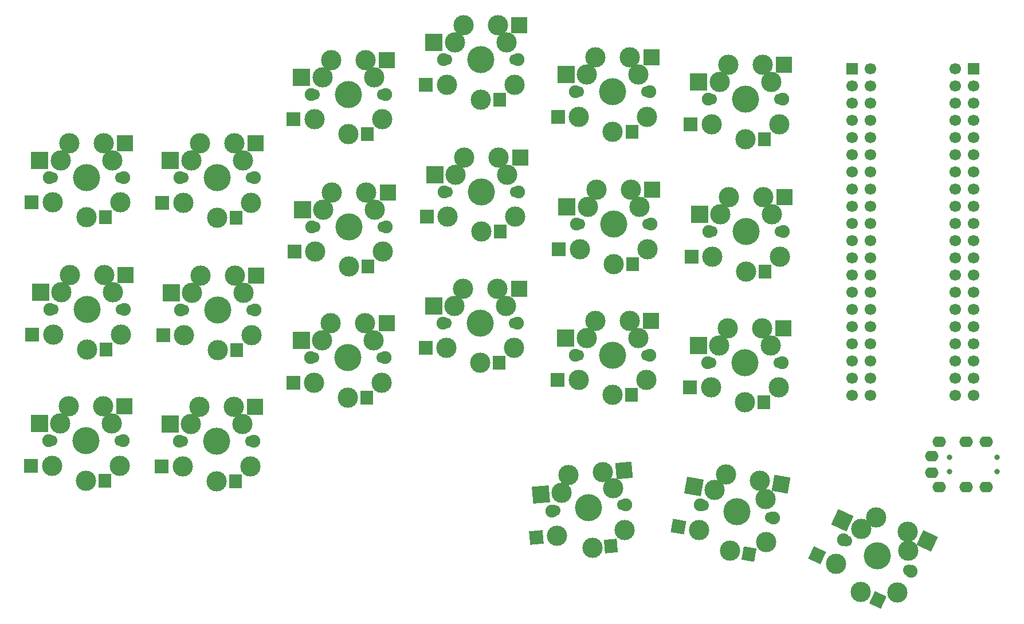
<source format=gbs>
%TF.GenerationSoftware,KiCad,Pcbnew,7.0.6*%
%TF.CreationDate,2023-08-11T19:56:51+07:00*%
%TF.ProjectId,keyboard_pcb,6b657962-6f61-4726-945f-7063622e6b69,rev1.0*%
%TF.SameCoordinates,Original*%
%TF.FileFunction,Soldermask,Bot*%
%TF.FilePolarity,Negative*%
%FSLAX46Y46*%
G04 Gerber Fmt 4.6, Leading zero omitted, Abs format (unit mm)*
G04 Created by KiCad (PCBNEW 7.0.6) date 2023-08-11 19:56:51*
%MOMM*%
%LPD*%
G01*
G04 APERTURE LIST*
G04 Aperture macros list*
%AMRotRect*
0 Rectangle, with rotation*
0 The origin of the aperture is its center*
0 $1 length*
0 $2 width*
0 $3 Rotation angle, in degrees counterclockwise*
0 Add horizontal line*
21,1,$1,$2,0,0,$3*%
G04 Aperture macros list end*
%ADD10R,2.400000X2.400000*%
%ADD11R,1.900000X2.000000*%
%ADD12R,2.500000X2.500000*%
%ADD13R,2.000000X2.000000*%
%ADD14C,1.900000*%
%ADD15C,1.700000*%
%ADD16C,3.000000*%
%ADD17C,0.100000*%
%ADD18C,4.000000*%
%ADD19RotRect,2.000000X2.000000X350.000000*%
%ADD20RotRect,2.500000X2.500000X350.000000*%
%ADD21RotRect,1.900000X2.000000X350.000000*%
%ADD22RotRect,2.400000X2.400000X350.000000*%
%ADD23RotRect,2.000000X2.000000X335.000000*%
%ADD24RotRect,2.500000X2.500000X335.000000*%
%ADD25RotRect,1.900000X2.000000X335.000000*%
%ADD26RotRect,2.400000X2.400000X335.000000*%
%ADD27RotRect,2.000000X2.000000X5.000000*%
%ADD28RotRect,2.500000X2.500000X5.000000*%
%ADD29RotRect,1.900000X2.000000X5.000000*%
%ADD30RotRect,2.400000X2.400000X5.000000*%
%ADD31O,2.000000X1.600000*%
%ADD32C,0.800000*%
%ADD33R,1.700000X1.700000*%
G04 APERTURE END LIST*
D10*
%TO.C,K03*%
X156576000Y-40894000D03*
D11*
X153676000Y-51874000D03*
D12*
X143976000Y-43434000D03*
D13*
X142776000Y-49674000D03*
D14*
X156376000Y-45974000D03*
D15*
X155956000Y-45974000D03*
D16*
X155876000Y-49674000D03*
D17*
X154701000Y-43394000D03*
D16*
X154686000Y-43434000D03*
X154686000Y-43434000D03*
X153416000Y-40894000D03*
X150876000Y-51874000D03*
D18*
X150876000Y-45974000D03*
D16*
X148336000Y-40894000D03*
X147066000Y-43433999D03*
D17*
X147051000Y-43394000D03*
D16*
X145876000Y-49674000D03*
D15*
X145796000Y-45974000D03*
D14*
X145376000Y-45974000D03*
%TD*%
%TO.C,K31*%
X183333557Y-111794935D03*
D15*
X183747177Y-111867867D03*
D16*
X183183463Y-115525548D03*
D17*
X185431123Y-109544992D03*
D16*
X185438949Y-109586988D03*
X187130721Y-107306110D03*
D18*
X188750000Y-112750000D03*
D16*
X187725476Y-118560366D03*
X192133544Y-108188243D03*
X192943184Y-110910188D03*
X192943184Y-110910188D03*
D17*
X192964902Y-110873400D03*
D16*
X193031541Y-117262030D03*
D15*
X193752823Y-113632133D03*
D14*
X194166443Y-113705065D03*
D19*
X180130559Y-114987238D03*
D20*
X182395893Y-109050416D03*
D21*
X190482937Y-119046581D03*
D22*
X195245537Y-108736971D03*
%TD*%
D14*
%TO.C,K32*%
X204516407Y-116955700D03*
D15*
X204897056Y-117133199D03*
D16*
X203405873Y-120520348D03*
D17*
X207124828Y-115325311D03*
D16*
X207121518Y-115367902D03*
X209345979Y-113602606D03*
D18*
X209501100Y-119280100D03*
D16*
X207007652Y-124627316D03*
X213950023Y-115749507D03*
X214027583Y-118588254D03*
X214027583Y-118588254D03*
D17*
X214058082Y-118558341D03*
D16*
X212468951Y-124746530D03*
D15*
X214105144Y-121427001D03*
D14*
X214485793Y-121604500D03*
D23*
X200596319Y-119210231D03*
D24*
X204321027Y-114062012D03*
D25*
X209545314Y-125810647D03*
D26*
X216813955Y-117084981D03*
%TD*%
D14*
%TO.C,K30*%
X161367329Y-112695857D03*
D15*
X161785731Y-112659251D03*
D16*
X162187903Y-116338199D03*
D17*
X162811093Y-109979688D03*
D16*
X162829523Y-110018228D03*
X163873314Y-107377207D03*
D18*
X166846400Y-112216500D03*
D16*
X167360619Y-118094049D03*
X168933983Y-106934455D03*
X170420526Y-109354102D03*
X170420526Y-109354102D03*
D17*
X170431983Y-109312947D03*
D16*
X172149850Y-115466642D03*
D15*
X171907069Y-111773749D03*
D14*
X172325471Y-111737143D03*
D27*
X159099699Y-116608382D03*
D28*
X159751281Y-110287540D03*
D29*
X170149964Y-117850013D03*
D30*
X172081959Y-106659043D03*
%TD*%
D10*
%TO.C,K25*%
X195630000Y-85664000D03*
D11*
X192730000Y-96644000D03*
D12*
X183030000Y-88204000D03*
D13*
X181830000Y-94444000D03*
D14*
X195430000Y-90744000D03*
D15*
X195010000Y-90744000D03*
D16*
X194930000Y-94444000D03*
D17*
X193755000Y-88164000D03*
D16*
X193740000Y-88204000D03*
X193740000Y-88204000D03*
X192470000Y-85664000D03*
X189930000Y-96644000D03*
D18*
X189930000Y-90744000D03*
D16*
X187390000Y-85664000D03*
X186120000Y-88203999D03*
D17*
X186105000Y-88164000D03*
D16*
X184930000Y-94444000D03*
D15*
X184850000Y-90744000D03*
D14*
X184430000Y-90744000D03*
%TD*%
D10*
%TO.C,K24*%
X176054000Y-84564000D03*
D11*
X173154000Y-95544000D03*
D12*
X163454000Y-87104000D03*
D13*
X162254000Y-93344000D03*
D14*
X175854000Y-89644000D03*
D15*
X175434000Y-89644000D03*
D16*
X175354000Y-93344000D03*
D17*
X174179000Y-87064000D03*
D16*
X174164000Y-87104000D03*
X174164000Y-87104000D03*
X172894000Y-84564000D03*
X170354000Y-95544000D03*
D18*
X170354000Y-89644000D03*
D16*
X167814000Y-84564000D03*
X166544000Y-87103999D03*
D17*
X166529000Y-87064000D03*
D16*
X165354000Y-93344000D03*
D15*
X165274000Y-89644000D03*
D14*
X164854000Y-89644000D03*
%TD*%
D10*
%TO.C,K23*%
X156530000Y-79818000D03*
D11*
X153630000Y-90798000D03*
D12*
X143930000Y-82358000D03*
D13*
X142730000Y-88598000D03*
D14*
X156330000Y-84898000D03*
D15*
X155910000Y-84898000D03*
D16*
X155830000Y-88598000D03*
D17*
X154655000Y-82318000D03*
D16*
X154640000Y-82358000D03*
X154640000Y-82358000D03*
X153370000Y-79818000D03*
X150830000Y-90798000D03*
D18*
X150830000Y-84898000D03*
D16*
X148290000Y-79818000D03*
X147020000Y-82357999D03*
D17*
X147005000Y-82318000D03*
D16*
X145830000Y-88598000D03*
D15*
X145750000Y-84898000D03*
D14*
X145330000Y-84898000D03*
%TD*%
D10*
%TO.C,K22*%
X136966000Y-84974000D03*
D11*
X134066000Y-95954000D03*
D12*
X124366000Y-87514000D03*
D13*
X123166000Y-93754000D03*
D14*
X136766000Y-90054000D03*
D15*
X136346000Y-90054000D03*
D16*
X136266000Y-93754000D03*
D17*
X135091000Y-87474000D03*
D16*
X135076000Y-87514000D03*
X135076000Y-87514000D03*
X133806000Y-84974000D03*
X131266000Y-95954000D03*
D18*
X131266000Y-90054000D03*
D16*
X128726000Y-84974000D03*
X127456000Y-87513999D03*
D17*
X127441000Y-87474000D03*
D16*
X126266000Y-93754000D03*
D15*
X126186000Y-90054000D03*
D14*
X125766000Y-90054000D03*
%TD*%
D10*
%TO.C,K21*%
X117567000Y-97310000D03*
D11*
X114667000Y-108290000D03*
D12*
X104967000Y-99850000D03*
D13*
X103767000Y-106090000D03*
D14*
X117367000Y-102390000D03*
D15*
X116947000Y-102390000D03*
D16*
X116867000Y-106090000D03*
D17*
X115692000Y-99810000D03*
D16*
X115677000Y-99850000D03*
X115677000Y-99850000D03*
X114407000Y-97310000D03*
X111867000Y-108290000D03*
D18*
X111867000Y-102390000D03*
D16*
X109327000Y-97310000D03*
X108057000Y-99849999D03*
D17*
X108042000Y-99810000D03*
D16*
X106867000Y-106090000D03*
D15*
X106787000Y-102390000D03*
D14*
X106367000Y-102390000D03*
%TD*%
D10*
%TO.C,K20*%
X98257000Y-97234000D03*
D11*
X95357000Y-108214000D03*
D12*
X85657000Y-99774000D03*
D13*
X84457000Y-106014000D03*
D14*
X98057000Y-102314000D03*
D15*
X97637000Y-102314000D03*
D16*
X97557000Y-106014000D03*
D17*
X96382000Y-99734000D03*
D16*
X96367000Y-99774000D03*
X96367000Y-99774000D03*
X95097000Y-97234000D03*
X92557000Y-108214000D03*
D18*
X92557000Y-102314000D03*
D16*
X90017000Y-97234000D03*
X88747000Y-99773999D03*
D17*
X88732000Y-99734000D03*
D16*
X87557000Y-106014000D03*
D15*
X87477000Y-102314000D03*
D14*
X87057000Y-102314000D03*
%TD*%
%TO.C,K15*%
X184604000Y-71374000D03*
D15*
X185024000Y-71374000D03*
D16*
X185104000Y-75074000D03*
D17*
X186279000Y-68794000D03*
D16*
X186294000Y-68833999D03*
X187564000Y-66294000D03*
D18*
X190104000Y-71374000D03*
D16*
X190104000Y-77274000D03*
X192644000Y-66294000D03*
X193914000Y-68834000D03*
X193914000Y-68834000D03*
D17*
X193929000Y-68794000D03*
D16*
X195104000Y-75074000D03*
D15*
X195184000Y-71374000D03*
D14*
X195604000Y-71374000D03*
D13*
X182004000Y-75074000D03*
D12*
X183204000Y-68834000D03*
D11*
X192904000Y-77274000D03*
D10*
X195804000Y-66294000D03*
%TD*%
D14*
%TO.C,K14*%
X165028000Y-70274000D03*
D15*
X165448000Y-70274000D03*
D16*
X165528000Y-73974000D03*
D17*
X166703000Y-67694000D03*
D16*
X166718000Y-67733999D03*
X167988000Y-65194000D03*
D18*
X170528000Y-70274000D03*
D16*
X170528000Y-76174000D03*
X173068000Y-65194000D03*
X174338000Y-67734000D03*
X174338000Y-67734000D03*
D17*
X174353000Y-67694000D03*
D16*
X175528000Y-73974000D03*
D15*
X175608000Y-70274000D03*
D14*
X176028000Y-70274000D03*
D13*
X162428000Y-73974000D03*
D12*
X163628000Y-67734000D03*
D11*
X173328000Y-76174000D03*
D10*
X176228000Y-65194000D03*
%TD*%
D14*
%TO.C,K13*%
X145504000Y-65528000D03*
D15*
X145924000Y-65528000D03*
D16*
X146004000Y-69228000D03*
D17*
X147179000Y-62948000D03*
D16*
X147194000Y-62987999D03*
X148464000Y-60448000D03*
D18*
X151004000Y-65528000D03*
D16*
X151004000Y-71428000D03*
X153544000Y-60448000D03*
X154814000Y-62988000D03*
X154814000Y-62988000D03*
D17*
X154829000Y-62948000D03*
D16*
X156004000Y-69228000D03*
D15*
X156084000Y-65528000D03*
D14*
X156504000Y-65528000D03*
D13*
X142904000Y-69228000D03*
D12*
X144104000Y-62988000D03*
D11*
X153804000Y-71428000D03*
D10*
X156704000Y-60448000D03*
%TD*%
D14*
%TO.C,K12*%
X125940000Y-70684000D03*
D15*
X126360000Y-70684000D03*
D16*
X126440000Y-74384000D03*
D17*
X127615000Y-68104000D03*
D16*
X127630000Y-68143999D03*
X128900000Y-65604000D03*
D18*
X131440000Y-70684000D03*
D16*
X131440000Y-76584000D03*
X133980000Y-65604000D03*
X135250000Y-68144000D03*
X135250000Y-68144000D03*
D17*
X135265000Y-68104000D03*
D16*
X136440000Y-74384000D03*
D15*
X136520000Y-70684000D03*
D14*
X136940000Y-70684000D03*
D13*
X123340000Y-74384000D03*
D12*
X124540000Y-68144000D03*
D11*
X134240000Y-76584000D03*
D10*
X137140000Y-65604000D03*
%TD*%
D14*
%TO.C,K11*%
X106541000Y-83020000D03*
D15*
X106961000Y-83020000D03*
D16*
X107041000Y-86720000D03*
D17*
X108216000Y-80440000D03*
D16*
X108231000Y-80479999D03*
X109501000Y-77940000D03*
D18*
X112041000Y-83020000D03*
D16*
X112041000Y-88920000D03*
X114581000Y-77940000D03*
X115851000Y-80480000D03*
X115851000Y-80480000D03*
D17*
X115866000Y-80440000D03*
D16*
X117041000Y-86720000D03*
D15*
X117121000Y-83020000D03*
D14*
X117541000Y-83020000D03*
D13*
X103941000Y-86720000D03*
D12*
X105141000Y-80480000D03*
D11*
X114841000Y-88920000D03*
D10*
X117741000Y-77940000D03*
%TD*%
D14*
%TO.C,K10*%
X87231000Y-82944000D03*
D15*
X87651000Y-82944000D03*
D16*
X87731000Y-86644000D03*
D17*
X88906000Y-80364000D03*
D16*
X88921000Y-80403999D03*
X90191000Y-77864000D03*
D18*
X92731000Y-82944000D03*
D16*
X92731000Y-88844000D03*
X95271000Y-77864000D03*
X96541000Y-80404000D03*
X96541000Y-80404000D03*
D17*
X96556000Y-80364000D03*
D16*
X97731000Y-86644000D03*
D15*
X97811000Y-82944000D03*
D14*
X98231000Y-82944000D03*
D13*
X84631000Y-86644000D03*
D12*
X85831000Y-80404000D03*
D11*
X95531000Y-88844000D03*
D10*
X98431000Y-77864000D03*
%TD*%
%TO.C,K05*%
X195676000Y-46740000D03*
D11*
X192776000Y-57720000D03*
D12*
X183076000Y-49280000D03*
D13*
X181876000Y-55520000D03*
D14*
X195476000Y-51820000D03*
D15*
X195056000Y-51820000D03*
D16*
X194976000Y-55520000D03*
D17*
X193801000Y-49240000D03*
D16*
X193786000Y-49280000D03*
X193786000Y-49280000D03*
X192516000Y-46740000D03*
X189976000Y-57720000D03*
D18*
X189976000Y-51820000D03*
D16*
X187436000Y-46740000D03*
X186166000Y-49279999D03*
D17*
X186151000Y-49240000D03*
D16*
X184976000Y-55520000D03*
D15*
X184896000Y-51820000D03*
D14*
X184476000Y-51820000D03*
%TD*%
D10*
%TO.C,K04*%
X176100000Y-45640000D03*
D11*
X173200000Y-56620000D03*
D12*
X163500000Y-48180000D03*
D13*
X162300000Y-54420000D03*
D14*
X175900000Y-50720000D03*
D15*
X175480000Y-50720000D03*
D16*
X175400000Y-54420000D03*
D17*
X174225000Y-48140000D03*
D16*
X174210000Y-48180000D03*
X174210000Y-48180000D03*
X172940000Y-45640000D03*
X170400000Y-56620000D03*
D18*
X170400000Y-50720000D03*
D16*
X167860000Y-45640000D03*
X166590000Y-48179999D03*
D17*
X166575000Y-48140000D03*
D16*
X165400000Y-54420000D03*
D15*
X165320000Y-50720000D03*
D14*
X164900000Y-50720000D03*
%TD*%
D10*
%TO.C,K02*%
X137012000Y-46050000D03*
D11*
X134112000Y-57030000D03*
D12*
X124412000Y-48590000D03*
D13*
X123212000Y-54830000D03*
D14*
X136812000Y-51130000D03*
D15*
X136392000Y-51130000D03*
D16*
X136312000Y-54830000D03*
D17*
X135137000Y-48550000D03*
D16*
X135122000Y-48590000D03*
X135122000Y-48590000D03*
X133852000Y-46050000D03*
X131312000Y-57030000D03*
D18*
X131312000Y-51130000D03*
D16*
X128772000Y-46050000D03*
X127502000Y-48589999D03*
D17*
X127487000Y-48550000D03*
D16*
X126312000Y-54830000D03*
D15*
X126232000Y-51130000D03*
D14*
X125812000Y-51130000D03*
%TD*%
D10*
%TO.C,K01*%
X117613000Y-58386000D03*
D11*
X114713000Y-69366000D03*
D12*
X105013000Y-60926000D03*
D13*
X103813000Y-67166000D03*
D14*
X117413000Y-63466000D03*
D15*
X116993000Y-63466000D03*
D16*
X116913000Y-67166000D03*
D17*
X115738000Y-60886000D03*
D16*
X115723000Y-60926000D03*
X115723000Y-60926000D03*
X114453000Y-58386000D03*
X111913000Y-69366000D03*
D18*
X111913000Y-63466000D03*
D16*
X109373000Y-58386000D03*
X108103000Y-60925999D03*
D17*
X108088000Y-60886000D03*
D16*
X106913000Y-67166000D03*
D15*
X106833000Y-63466000D03*
D14*
X106413000Y-63466000D03*
%TD*%
D10*
%TO.C,K00*%
X98303000Y-58310000D03*
D11*
X95403000Y-69290000D03*
D12*
X85703000Y-60850000D03*
D13*
X84503000Y-67090000D03*
D14*
X98103000Y-63390000D03*
D15*
X97683000Y-63390000D03*
D16*
X97603000Y-67090000D03*
D17*
X96428000Y-60810000D03*
D16*
X96413000Y-60850000D03*
X96413000Y-60850000D03*
X95143000Y-58310000D03*
X92603000Y-69290000D03*
D18*
X92603000Y-63390000D03*
D16*
X90063000Y-58310000D03*
X88793000Y-60849999D03*
D17*
X88778000Y-60810000D03*
D16*
X87603000Y-67090000D03*
D15*
X87523000Y-63390000D03*
D14*
X87103000Y-63390000D03*
%TD*%
D31*
%TO.C,J1*%
X225580000Y-102444000D03*
X222580000Y-109144000D03*
X222580000Y-102444000D03*
X225580000Y-109144000D03*
X218580000Y-102444000D03*
X218580000Y-109144000D03*
X217480000Y-107044000D03*
X217480000Y-104544000D03*
D32*
X227180000Y-104744000D03*
X220180000Y-106844000D03*
X220180000Y-104744000D03*
X227180000Y-106844000D03*
%TD*%
D15*
%TO.C,U1*%
X221000000Y-47380000D03*
X208420000Y-47360000D03*
X221000000Y-49920000D03*
X208420000Y-49900000D03*
X221000000Y-52460000D03*
X208420000Y-52440000D03*
X208420000Y-54980000D03*
X221000000Y-55000000D03*
X221000000Y-57540000D03*
X208420000Y-57520000D03*
X208420000Y-60060000D03*
X221000000Y-60080000D03*
X208420000Y-62600000D03*
X221000000Y-62620000D03*
X221000000Y-65160000D03*
X208420000Y-65140000D03*
X221000000Y-67700000D03*
X208420000Y-67680000D03*
X208420000Y-70220000D03*
X221000000Y-70240000D03*
X221000000Y-72780000D03*
X208420000Y-72760000D03*
X221000000Y-75320000D03*
X208420000Y-75300000D03*
X208420000Y-77840000D03*
X221000000Y-77860000D03*
X208420000Y-80380000D03*
X221000000Y-80400000D03*
X208420000Y-82920000D03*
X221000000Y-82940000D03*
X208420000Y-85460000D03*
X221000000Y-85480000D03*
X208420000Y-88000000D03*
X221000000Y-88020000D03*
X221000000Y-90560000D03*
X208420000Y-90540000D03*
X221000000Y-93100000D03*
X208420000Y-93080000D03*
X208420000Y-95620000D03*
X221000000Y-95640000D03*
X205760000Y-95640000D03*
X223660000Y-95620000D03*
X205760000Y-93100000D03*
X223660000Y-93080000D03*
X223660000Y-90540000D03*
X205760000Y-90560000D03*
X205760000Y-88020000D03*
X223660000Y-88000000D03*
X205760000Y-85480000D03*
X223660000Y-85460000D03*
X223660000Y-82920000D03*
X205760000Y-82940000D03*
X223660000Y-80380000D03*
X205760000Y-80400000D03*
X205760000Y-77860000D03*
X223660000Y-77840000D03*
X223660000Y-75300000D03*
X205760000Y-75320000D03*
X223660000Y-72760000D03*
X205760000Y-72780000D03*
X205760000Y-70240000D03*
X223660000Y-70220000D03*
X223660000Y-67680000D03*
X205760000Y-67700000D03*
X205760000Y-65160000D03*
X223660000Y-65140000D03*
X205760000Y-62620000D03*
X223660000Y-62600000D03*
X205760000Y-60080000D03*
X223660000Y-60060000D03*
X223660000Y-57520000D03*
X205760000Y-57540000D03*
X205760000Y-55000000D03*
X223660000Y-54980000D03*
X223660000Y-52440000D03*
X205760000Y-52460000D03*
X205760000Y-49920000D03*
X223660000Y-49900000D03*
D33*
X223660000Y-47360000D03*
X205760000Y-47380000D03*
%TD*%
M02*

</source>
